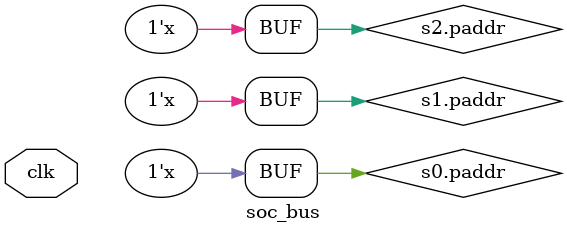
<source format=sv>

module soc_bus(apb_if m,
               apb_if s0,
               apb_if s1,
               apb_if s2,
               input  clk);

// Feed-throughs
assign s0.paddr   = m.paddr[7:0];
assign s0.penable = m.penable;
assign s0.pwrite  = m.pwrite;
assign s0.pwdata  = m.pwdata;

assign s1.paddr   = m.paddr[7:0];
assign s1.penable = m.penable;
assign s1.pwrite  = m.pwrite;
assign s1.pwdata  = m.pwdata;

assign s2.paddr   = m.paddr[7:0];
assign s2.penable = m.penable;
assign s2.pwrite  = m.pwrite;
assign s2.pwdata  = m.pwdata;

// Address decoder
// paddr[31..10|9..8|7..0]
//       Ignore  s#  addr

assign s0.psel = (m.paddr[9:8] == 2'b00 && m.psel);
assign s1.psel = (m.paddr[9:8] == 2'b01 && m.psel);
assign s2.psel = (m.paddr[9:8] == 2'b10 && m.psel);

assign m.prdata = (s0.psel) ? s0.prdata :
                   ((s1.psel) ? s1.prdata :
                    ((s2.psel) ? s2.prdata : 'z));

endmodule: soc_bus

</source>
